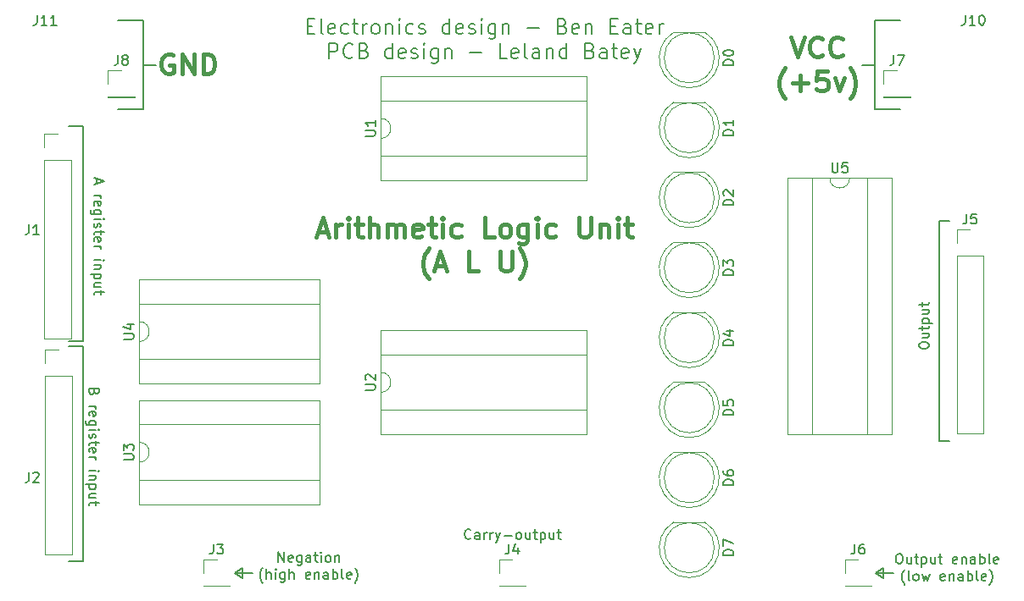
<source format=gbr>
G04 #@! TF.FileFunction,Legend,Top*
%FSLAX46Y46*%
G04 Gerber Fmt 4.6, Leading zero omitted, Abs format (unit mm)*
G04 Created by KiCad (PCBNEW 4.0.6-e0-6349~53~ubuntu16.04.1) date Sat Jun  3 11:02:14 2017*
%MOMM*%
%LPD*%
G01*
G04 APERTURE LIST*
%ADD10C,0.100000*%
%ADD11C,0.400000*%
%ADD12C,0.200000*%
%ADD13C,0.120000*%
%ADD14C,0.150000*%
G04 APERTURE END LIST*
D10*
D11*
X128143333Y-53084762D02*
X128810000Y-55084762D01*
X129476667Y-53084762D01*
X131286191Y-54894286D02*
X131190953Y-54989524D01*
X130905238Y-55084762D01*
X130714762Y-55084762D01*
X130429048Y-54989524D01*
X130238572Y-54799048D01*
X130143333Y-54608571D01*
X130048095Y-54227619D01*
X130048095Y-53941905D01*
X130143333Y-53560952D01*
X130238572Y-53370476D01*
X130429048Y-53180000D01*
X130714762Y-53084762D01*
X130905238Y-53084762D01*
X131190953Y-53180000D01*
X131286191Y-53275238D01*
X133286191Y-54894286D02*
X133190953Y-54989524D01*
X132905238Y-55084762D01*
X132714762Y-55084762D01*
X132429048Y-54989524D01*
X132238572Y-54799048D01*
X132143333Y-54608571D01*
X132048095Y-54227619D01*
X132048095Y-53941905D01*
X132143333Y-53560952D01*
X132238572Y-53370476D01*
X132429048Y-53180000D01*
X132714762Y-53084762D01*
X132905238Y-53084762D01*
X133190953Y-53180000D01*
X133286191Y-53275238D01*
X127571905Y-59246667D02*
X127476667Y-59151429D01*
X127286191Y-58865714D01*
X127190953Y-58675238D01*
X127095715Y-58389524D01*
X127000476Y-57913333D01*
X127000476Y-57532381D01*
X127095715Y-57056190D01*
X127190953Y-56770476D01*
X127286191Y-56580000D01*
X127476667Y-56294286D01*
X127571905Y-56199048D01*
X128333809Y-57722857D02*
X129857619Y-57722857D01*
X129095714Y-58484762D02*
X129095714Y-56960952D01*
X131762380Y-56484762D02*
X130809999Y-56484762D01*
X130714761Y-57437143D01*
X130809999Y-57341905D01*
X131000476Y-57246667D01*
X131476666Y-57246667D01*
X131667142Y-57341905D01*
X131762380Y-57437143D01*
X131857619Y-57627619D01*
X131857619Y-58103810D01*
X131762380Y-58294286D01*
X131667142Y-58389524D01*
X131476666Y-58484762D01*
X131000476Y-58484762D01*
X130809999Y-58389524D01*
X130714761Y-58294286D01*
X132524285Y-57151429D02*
X133000476Y-58484762D01*
X133476666Y-57151429D01*
X134048095Y-59246667D02*
X134143333Y-59151429D01*
X134333810Y-58865714D01*
X134429048Y-58675238D01*
X134524286Y-58389524D01*
X134619524Y-57913333D01*
X134619524Y-57532381D01*
X134524286Y-57056190D01*
X134429048Y-56770476D01*
X134333810Y-56580000D01*
X134143333Y-56294286D01*
X134048095Y-56199048D01*
D12*
X136525000Y-55880000D02*
X135255000Y-55880000D01*
X63500000Y-55880000D02*
X64770000Y-55880000D01*
X63500000Y-60325000D02*
X63500000Y-51435000D01*
D11*
X66421191Y-54880000D02*
X66230714Y-54784762D01*
X65945000Y-54784762D01*
X65659286Y-54880000D01*
X65468810Y-55070476D01*
X65373571Y-55260952D01*
X65278333Y-55641905D01*
X65278333Y-55927619D01*
X65373571Y-56308571D01*
X65468810Y-56499048D01*
X65659286Y-56689524D01*
X65945000Y-56784762D01*
X66135476Y-56784762D01*
X66421191Y-56689524D01*
X66516429Y-56594286D01*
X66516429Y-55927619D01*
X66135476Y-55927619D01*
X67373571Y-56784762D02*
X67373571Y-54784762D01*
X68516429Y-56784762D01*
X68516429Y-54784762D01*
X69468809Y-56784762D02*
X69468809Y-54784762D01*
X69945000Y-54784762D01*
X70230714Y-54880000D01*
X70421190Y-55070476D01*
X70516429Y-55260952D01*
X70611667Y-55641905D01*
X70611667Y-55927619D01*
X70516429Y-56308571D01*
X70421190Y-56499048D01*
X70230714Y-56689524D01*
X69945000Y-56784762D01*
X69468809Y-56784762D01*
D12*
X63500000Y-51435000D02*
X60960000Y-51435000D01*
X60960000Y-60325000D02*
X63500000Y-60325000D01*
X136525000Y-60325000D02*
X139065000Y-60325000D01*
X136525000Y-51435000D02*
X136525000Y-60325000D01*
X139065000Y-51435000D02*
X136525000Y-51435000D01*
X58833333Y-67261904D02*
X58833333Y-67738095D01*
X58547619Y-67166666D02*
X59547619Y-67499999D01*
X58547619Y-67833333D01*
X58547619Y-68928571D02*
X59214286Y-68928571D01*
X59023810Y-68928571D02*
X59119048Y-68976190D01*
X59166667Y-69023809D01*
X59214286Y-69119047D01*
X59214286Y-69214286D01*
X58595238Y-69928572D02*
X58547619Y-69833334D01*
X58547619Y-69642857D01*
X58595238Y-69547619D01*
X58690476Y-69500000D01*
X59071429Y-69500000D01*
X59166667Y-69547619D01*
X59214286Y-69642857D01*
X59214286Y-69833334D01*
X59166667Y-69928572D01*
X59071429Y-69976191D01*
X58976190Y-69976191D01*
X58880952Y-69500000D01*
X59214286Y-70833334D02*
X58404762Y-70833334D01*
X58309524Y-70785715D01*
X58261905Y-70738096D01*
X58214286Y-70642857D01*
X58214286Y-70500000D01*
X58261905Y-70404762D01*
X58595238Y-70833334D02*
X58547619Y-70738096D01*
X58547619Y-70547619D01*
X58595238Y-70452381D01*
X58642857Y-70404762D01*
X58738095Y-70357143D01*
X59023810Y-70357143D01*
X59119048Y-70404762D01*
X59166667Y-70452381D01*
X59214286Y-70547619D01*
X59214286Y-70738096D01*
X59166667Y-70833334D01*
X58547619Y-71309524D02*
X59214286Y-71309524D01*
X59547619Y-71309524D02*
X59500000Y-71261905D01*
X59452381Y-71309524D01*
X59500000Y-71357143D01*
X59547619Y-71309524D01*
X59452381Y-71309524D01*
X58595238Y-71738095D02*
X58547619Y-71833333D01*
X58547619Y-72023809D01*
X58595238Y-72119048D01*
X58690476Y-72166667D01*
X58738095Y-72166667D01*
X58833333Y-72119048D01*
X58880952Y-72023809D01*
X58880952Y-71880952D01*
X58928571Y-71785714D01*
X59023810Y-71738095D01*
X59071429Y-71738095D01*
X59166667Y-71785714D01*
X59214286Y-71880952D01*
X59214286Y-72023809D01*
X59166667Y-72119048D01*
X59214286Y-72452381D02*
X59214286Y-72833333D01*
X59547619Y-72595238D02*
X58690476Y-72595238D01*
X58595238Y-72642857D01*
X58547619Y-72738095D01*
X58547619Y-72833333D01*
X58595238Y-73547620D02*
X58547619Y-73452382D01*
X58547619Y-73261905D01*
X58595238Y-73166667D01*
X58690476Y-73119048D01*
X59071429Y-73119048D01*
X59166667Y-73166667D01*
X59214286Y-73261905D01*
X59214286Y-73452382D01*
X59166667Y-73547620D01*
X59071429Y-73595239D01*
X58976190Y-73595239D01*
X58880952Y-73119048D01*
X58547619Y-74023810D02*
X59214286Y-74023810D01*
X59023810Y-74023810D02*
X59119048Y-74071429D01*
X59166667Y-74119048D01*
X59214286Y-74214286D01*
X59214286Y-74309525D01*
X58547619Y-75404763D02*
X59214286Y-75404763D01*
X59547619Y-75404763D02*
X59500000Y-75357144D01*
X59452381Y-75404763D01*
X59500000Y-75452382D01*
X59547619Y-75404763D01*
X59452381Y-75404763D01*
X59214286Y-75880953D02*
X58547619Y-75880953D01*
X59119048Y-75880953D02*
X59166667Y-75928572D01*
X59214286Y-76023810D01*
X59214286Y-76166668D01*
X59166667Y-76261906D01*
X59071429Y-76309525D01*
X58547619Y-76309525D01*
X59214286Y-76785715D02*
X58214286Y-76785715D01*
X59166667Y-76785715D02*
X59214286Y-76880953D01*
X59214286Y-77071430D01*
X59166667Y-77166668D01*
X59119048Y-77214287D01*
X59023810Y-77261906D01*
X58738095Y-77261906D01*
X58642857Y-77214287D01*
X58595238Y-77166668D01*
X58547619Y-77071430D01*
X58547619Y-76880953D01*
X58595238Y-76785715D01*
X59214286Y-78119049D02*
X58547619Y-78119049D01*
X59214286Y-77690477D02*
X58690476Y-77690477D01*
X58595238Y-77738096D01*
X58547619Y-77833334D01*
X58547619Y-77976192D01*
X58595238Y-78071430D01*
X58642857Y-78119049D01*
X59214286Y-78452382D02*
X59214286Y-78833334D01*
X59547619Y-78595239D02*
X58690476Y-78595239D01*
X58595238Y-78642858D01*
X58547619Y-78738096D01*
X58547619Y-78833334D01*
X58571429Y-88571428D02*
X58523810Y-88714285D01*
X58476190Y-88761904D01*
X58380952Y-88809523D01*
X58238095Y-88809523D01*
X58142857Y-88761904D01*
X58095238Y-88714285D01*
X58047619Y-88619047D01*
X58047619Y-88238094D01*
X59047619Y-88238094D01*
X59047619Y-88571428D01*
X59000000Y-88666666D01*
X58952381Y-88714285D01*
X58857143Y-88761904D01*
X58761905Y-88761904D01*
X58666667Y-88714285D01*
X58619048Y-88666666D01*
X58571429Y-88571428D01*
X58571429Y-88238094D01*
X58047619Y-89999999D02*
X58714286Y-89999999D01*
X58523810Y-89999999D02*
X58619048Y-90047618D01*
X58666667Y-90095237D01*
X58714286Y-90190475D01*
X58714286Y-90285714D01*
X58095238Y-91000000D02*
X58047619Y-90904762D01*
X58047619Y-90714285D01*
X58095238Y-90619047D01*
X58190476Y-90571428D01*
X58571429Y-90571428D01*
X58666667Y-90619047D01*
X58714286Y-90714285D01*
X58714286Y-90904762D01*
X58666667Y-91000000D01*
X58571429Y-91047619D01*
X58476190Y-91047619D01*
X58380952Y-90571428D01*
X58714286Y-91904762D02*
X57904762Y-91904762D01*
X57809524Y-91857143D01*
X57761905Y-91809524D01*
X57714286Y-91714285D01*
X57714286Y-91571428D01*
X57761905Y-91476190D01*
X58095238Y-91904762D02*
X58047619Y-91809524D01*
X58047619Y-91619047D01*
X58095238Y-91523809D01*
X58142857Y-91476190D01*
X58238095Y-91428571D01*
X58523810Y-91428571D01*
X58619048Y-91476190D01*
X58666667Y-91523809D01*
X58714286Y-91619047D01*
X58714286Y-91809524D01*
X58666667Y-91904762D01*
X58047619Y-92380952D02*
X58714286Y-92380952D01*
X59047619Y-92380952D02*
X59000000Y-92333333D01*
X58952381Y-92380952D01*
X59000000Y-92428571D01*
X59047619Y-92380952D01*
X58952381Y-92380952D01*
X58095238Y-92809523D02*
X58047619Y-92904761D01*
X58047619Y-93095237D01*
X58095238Y-93190476D01*
X58190476Y-93238095D01*
X58238095Y-93238095D01*
X58333333Y-93190476D01*
X58380952Y-93095237D01*
X58380952Y-92952380D01*
X58428571Y-92857142D01*
X58523810Y-92809523D01*
X58571429Y-92809523D01*
X58666667Y-92857142D01*
X58714286Y-92952380D01*
X58714286Y-93095237D01*
X58666667Y-93190476D01*
X58714286Y-93523809D02*
X58714286Y-93904761D01*
X59047619Y-93666666D02*
X58190476Y-93666666D01*
X58095238Y-93714285D01*
X58047619Y-93809523D01*
X58047619Y-93904761D01*
X58095238Y-94619048D02*
X58047619Y-94523810D01*
X58047619Y-94333333D01*
X58095238Y-94238095D01*
X58190476Y-94190476D01*
X58571429Y-94190476D01*
X58666667Y-94238095D01*
X58714286Y-94333333D01*
X58714286Y-94523810D01*
X58666667Y-94619048D01*
X58571429Y-94666667D01*
X58476190Y-94666667D01*
X58380952Y-94190476D01*
X58047619Y-95095238D02*
X58714286Y-95095238D01*
X58523810Y-95095238D02*
X58619048Y-95142857D01*
X58666667Y-95190476D01*
X58714286Y-95285714D01*
X58714286Y-95380953D01*
X58047619Y-96476191D02*
X58714286Y-96476191D01*
X59047619Y-96476191D02*
X59000000Y-96428572D01*
X58952381Y-96476191D01*
X59000000Y-96523810D01*
X59047619Y-96476191D01*
X58952381Y-96476191D01*
X58714286Y-96952381D02*
X58047619Y-96952381D01*
X58619048Y-96952381D02*
X58666667Y-97000000D01*
X58714286Y-97095238D01*
X58714286Y-97238096D01*
X58666667Y-97333334D01*
X58571429Y-97380953D01*
X58047619Y-97380953D01*
X58714286Y-97857143D02*
X57714286Y-97857143D01*
X58666667Y-97857143D02*
X58714286Y-97952381D01*
X58714286Y-98142858D01*
X58666667Y-98238096D01*
X58619048Y-98285715D01*
X58523810Y-98333334D01*
X58238095Y-98333334D01*
X58142857Y-98285715D01*
X58095238Y-98238096D01*
X58047619Y-98142858D01*
X58047619Y-97952381D01*
X58095238Y-97857143D01*
X58714286Y-99190477D02*
X58047619Y-99190477D01*
X58714286Y-98761905D02*
X58190476Y-98761905D01*
X58095238Y-98809524D01*
X58047619Y-98904762D01*
X58047619Y-99047620D01*
X58095238Y-99142858D01*
X58142857Y-99190477D01*
X58714286Y-99523810D02*
X58714286Y-99904762D01*
X59047619Y-99666667D02*
X58190476Y-99666667D01*
X58095238Y-99714286D01*
X58047619Y-99809524D01*
X58047619Y-99904762D01*
X57500000Y-105500000D02*
X56000000Y-105500000D01*
X57500000Y-84000000D02*
X57500000Y-105500000D01*
X56000000Y-84000000D02*
X57500000Y-84000000D01*
X57500000Y-83500000D02*
X56000000Y-83500000D01*
X57500000Y-62000000D02*
X57500000Y-83500000D01*
X56000000Y-62000000D02*
X57500000Y-62000000D01*
X143000000Y-93500000D02*
X144000000Y-93500000D01*
X143000000Y-71500000D02*
X143000000Y-93500000D01*
X144000000Y-71500000D02*
X143000000Y-71500000D01*
X140952381Y-84023810D02*
X140952381Y-83833333D01*
X141000000Y-83738095D01*
X141095238Y-83642857D01*
X141285714Y-83595238D01*
X141619048Y-83595238D01*
X141809524Y-83642857D01*
X141904762Y-83738095D01*
X141952381Y-83833333D01*
X141952381Y-84023810D01*
X141904762Y-84119048D01*
X141809524Y-84214286D01*
X141619048Y-84261905D01*
X141285714Y-84261905D01*
X141095238Y-84214286D01*
X141000000Y-84119048D01*
X140952381Y-84023810D01*
X141285714Y-82738095D02*
X141952381Y-82738095D01*
X141285714Y-83166667D02*
X141809524Y-83166667D01*
X141904762Y-83119048D01*
X141952381Y-83023810D01*
X141952381Y-82880952D01*
X141904762Y-82785714D01*
X141857143Y-82738095D01*
X141285714Y-82404762D02*
X141285714Y-82023810D01*
X140952381Y-82261905D02*
X141809524Y-82261905D01*
X141904762Y-82214286D01*
X141952381Y-82119048D01*
X141952381Y-82023810D01*
X141285714Y-81690476D02*
X142285714Y-81690476D01*
X141333333Y-81690476D02*
X141285714Y-81595238D01*
X141285714Y-81404761D01*
X141333333Y-81309523D01*
X141380952Y-81261904D01*
X141476190Y-81214285D01*
X141761905Y-81214285D01*
X141857143Y-81261904D01*
X141904762Y-81309523D01*
X141952381Y-81404761D01*
X141952381Y-81595238D01*
X141904762Y-81690476D01*
X141285714Y-80357142D02*
X141952381Y-80357142D01*
X141285714Y-80785714D02*
X141809524Y-80785714D01*
X141904762Y-80738095D01*
X141952381Y-80642857D01*
X141952381Y-80499999D01*
X141904762Y-80404761D01*
X141857143Y-80357142D01*
X141285714Y-80023809D02*
X141285714Y-79642857D01*
X140952381Y-79880952D02*
X141809524Y-79880952D01*
X141904762Y-79833333D01*
X141952381Y-79738095D01*
X141952381Y-79642857D01*
X73406000Y-106934000D02*
X73406000Y-107188000D01*
X73406000Y-107188000D02*
X72644000Y-106680000D01*
X72644000Y-106680000D02*
X73406000Y-106172000D01*
X73406000Y-106172000D02*
X73406000Y-106934000D01*
X74422000Y-106680000D02*
X72644000Y-106680000D01*
X137414000Y-107188000D02*
X136652000Y-106680000D01*
X137414000Y-106934000D02*
X137414000Y-107188000D01*
X137414000Y-106172000D02*
X137414000Y-106934000D01*
X136652000Y-106680000D02*
X137414000Y-106172000D01*
X138430000Y-106680000D02*
X136652000Y-106680000D01*
X138883046Y-104774381D02*
X139073523Y-104774381D01*
X139168761Y-104822000D01*
X139263999Y-104917238D01*
X139311618Y-105107714D01*
X139311618Y-105441048D01*
X139263999Y-105631524D01*
X139168761Y-105726762D01*
X139073523Y-105774381D01*
X138883046Y-105774381D01*
X138787808Y-105726762D01*
X138692570Y-105631524D01*
X138644951Y-105441048D01*
X138644951Y-105107714D01*
X138692570Y-104917238D01*
X138787808Y-104822000D01*
X138883046Y-104774381D01*
X140168761Y-105107714D02*
X140168761Y-105774381D01*
X139740189Y-105107714D02*
X139740189Y-105631524D01*
X139787808Y-105726762D01*
X139883046Y-105774381D01*
X140025904Y-105774381D01*
X140121142Y-105726762D01*
X140168761Y-105679143D01*
X140502094Y-105107714D02*
X140883046Y-105107714D01*
X140644951Y-104774381D02*
X140644951Y-105631524D01*
X140692570Y-105726762D01*
X140787808Y-105774381D01*
X140883046Y-105774381D01*
X141216380Y-105107714D02*
X141216380Y-106107714D01*
X141216380Y-105155333D02*
X141311618Y-105107714D01*
X141502095Y-105107714D01*
X141597333Y-105155333D01*
X141644952Y-105202952D01*
X141692571Y-105298190D01*
X141692571Y-105583905D01*
X141644952Y-105679143D01*
X141597333Y-105726762D01*
X141502095Y-105774381D01*
X141311618Y-105774381D01*
X141216380Y-105726762D01*
X142549714Y-105107714D02*
X142549714Y-105774381D01*
X142121142Y-105107714D02*
X142121142Y-105631524D01*
X142168761Y-105726762D01*
X142263999Y-105774381D01*
X142406857Y-105774381D01*
X142502095Y-105726762D01*
X142549714Y-105679143D01*
X142883047Y-105107714D02*
X143263999Y-105107714D01*
X143025904Y-104774381D02*
X143025904Y-105631524D01*
X143073523Y-105726762D01*
X143168761Y-105774381D01*
X143263999Y-105774381D01*
X144740191Y-105726762D02*
X144644953Y-105774381D01*
X144454476Y-105774381D01*
X144359238Y-105726762D01*
X144311619Y-105631524D01*
X144311619Y-105250571D01*
X144359238Y-105155333D01*
X144454476Y-105107714D01*
X144644953Y-105107714D01*
X144740191Y-105155333D01*
X144787810Y-105250571D01*
X144787810Y-105345810D01*
X144311619Y-105441048D01*
X145216381Y-105107714D02*
X145216381Y-105774381D01*
X145216381Y-105202952D02*
X145264000Y-105155333D01*
X145359238Y-105107714D01*
X145502096Y-105107714D01*
X145597334Y-105155333D01*
X145644953Y-105250571D01*
X145644953Y-105774381D01*
X146549715Y-105774381D02*
X146549715Y-105250571D01*
X146502096Y-105155333D01*
X146406858Y-105107714D01*
X146216381Y-105107714D01*
X146121143Y-105155333D01*
X146549715Y-105726762D02*
X146454477Y-105774381D01*
X146216381Y-105774381D01*
X146121143Y-105726762D01*
X146073524Y-105631524D01*
X146073524Y-105536286D01*
X146121143Y-105441048D01*
X146216381Y-105393429D01*
X146454477Y-105393429D01*
X146549715Y-105345810D01*
X147025905Y-105774381D02*
X147025905Y-104774381D01*
X147025905Y-105155333D02*
X147121143Y-105107714D01*
X147311620Y-105107714D01*
X147406858Y-105155333D01*
X147454477Y-105202952D01*
X147502096Y-105298190D01*
X147502096Y-105583905D01*
X147454477Y-105679143D01*
X147406858Y-105726762D01*
X147311620Y-105774381D01*
X147121143Y-105774381D01*
X147025905Y-105726762D01*
X148073524Y-105774381D02*
X147978286Y-105726762D01*
X147930667Y-105631524D01*
X147930667Y-104774381D01*
X148835430Y-105726762D02*
X148740192Y-105774381D01*
X148549715Y-105774381D01*
X148454477Y-105726762D01*
X148406858Y-105631524D01*
X148406858Y-105250571D01*
X148454477Y-105155333D01*
X148549715Y-105107714D01*
X148740192Y-105107714D01*
X148835430Y-105155333D01*
X148883049Y-105250571D01*
X148883049Y-105345810D01*
X148406858Y-105441048D01*
X139525904Y-107855333D02*
X139478284Y-107807714D01*
X139383046Y-107664857D01*
X139335427Y-107569619D01*
X139287808Y-107426762D01*
X139240189Y-107188667D01*
X139240189Y-106998190D01*
X139287808Y-106760095D01*
X139335427Y-106617238D01*
X139383046Y-106522000D01*
X139478284Y-106379143D01*
X139525904Y-106331524D01*
X140049713Y-107474381D02*
X139954475Y-107426762D01*
X139906856Y-107331524D01*
X139906856Y-106474381D01*
X140573523Y-107474381D02*
X140478285Y-107426762D01*
X140430666Y-107379143D01*
X140383047Y-107283905D01*
X140383047Y-106998190D01*
X140430666Y-106902952D01*
X140478285Y-106855333D01*
X140573523Y-106807714D01*
X140716381Y-106807714D01*
X140811619Y-106855333D01*
X140859238Y-106902952D01*
X140906857Y-106998190D01*
X140906857Y-107283905D01*
X140859238Y-107379143D01*
X140811619Y-107426762D01*
X140716381Y-107474381D01*
X140573523Y-107474381D01*
X141240190Y-106807714D02*
X141430666Y-107474381D01*
X141621143Y-106998190D01*
X141811619Y-107474381D01*
X142002095Y-106807714D01*
X143525905Y-107426762D02*
X143430667Y-107474381D01*
X143240190Y-107474381D01*
X143144952Y-107426762D01*
X143097333Y-107331524D01*
X143097333Y-106950571D01*
X143144952Y-106855333D01*
X143240190Y-106807714D01*
X143430667Y-106807714D01*
X143525905Y-106855333D01*
X143573524Y-106950571D01*
X143573524Y-107045810D01*
X143097333Y-107141048D01*
X144002095Y-106807714D02*
X144002095Y-107474381D01*
X144002095Y-106902952D02*
X144049714Y-106855333D01*
X144144952Y-106807714D01*
X144287810Y-106807714D01*
X144383048Y-106855333D01*
X144430667Y-106950571D01*
X144430667Y-107474381D01*
X145335429Y-107474381D02*
X145335429Y-106950571D01*
X145287810Y-106855333D01*
X145192572Y-106807714D01*
X145002095Y-106807714D01*
X144906857Y-106855333D01*
X145335429Y-107426762D02*
X145240191Y-107474381D01*
X145002095Y-107474381D01*
X144906857Y-107426762D01*
X144859238Y-107331524D01*
X144859238Y-107236286D01*
X144906857Y-107141048D01*
X145002095Y-107093429D01*
X145240191Y-107093429D01*
X145335429Y-107045810D01*
X145811619Y-107474381D02*
X145811619Y-106474381D01*
X145811619Y-106855333D02*
X145906857Y-106807714D01*
X146097334Y-106807714D01*
X146192572Y-106855333D01*
X146240191Y-106902952D01*
X146287810Y-106998190D01*
X146287810Y-107283905D01*
X146240191Y-107379143D01*
X146192572Y-107426762D01*
X146097334Y-107474381D01*
X145906857Y-107474381D01*
X145811619Y-107426762D01*
X146859238Y-107474381D02*
X146764000Y-107426762D01*
X146716381Y-107331524D01*
X146716381Y-106474381D01*
X147621144Y-107426762D02*
X147525906Y-107474381D01*
X147335429Y-107474381D01*
X147240191Y-107426762D01*
X147192572Y-107331524D01*
X147192572Y-106950571D01*
X147240191Y-106855333D01*
X147335429Y-106807714D01*
X147525906Y-106807714D01*
X147621144Y-106855333D01*
X147668763Y-106950571D01*
X147668763Y-107045810D01*
X147192572Y-107141048D01*
X148002096Y-107855333D02*
X148049715Y-107807714D01*
X148144953Y-107664857D01*
X148192572Y-107569619D01*
X148240191Y-107426762D01*
X148287810Y-107188667D01*
X148287810Y-106998190D01*
X148240191Y-106760095D01*
X148192572Y-106617238D01*
X148144953Y-106522000D01*
X148049715Y-106379143D01*
X148002096Y-106331524D01*
X96187142Y-103227143D02*
X96139523Y-103274762D01*
X95996666Y-103322381D01*
X95901428Y-103322381D01*
X95758570Y-103274762D01*
X95663332Y-103179524D01*
X95615713Y-103084286D01*
X95568094Y-102893810D01*
X95568094Y-102750952D01*
X95615713Y-102560476D01*
X95663332Y-102465238D01*
X95758570Y-102370000D01*
X95901428Y-102322381D01*
X95996666Y-102322381D01*
X96139523Y-102370000D01*
X96187142Y-102417619D01*
X97044285Y-103322381D02*
X97044285Y-102798571D01*
X96996666Y-102703333D01*
X96901428Y-102655714D01*
X96710951Y-102655714D01*
X96615713Y-102703333D01*
X97044285Y-103274762D02*
X96949047Y-103322381D01*
X96710951Y-103322381D01*
X96615713Y-103274762D01*
X96568094Y-103179524D01*
X96568094Y-103084286D01*
X96615713Y-102989048D01*
X96710951Y-102941429D01*
X96949047Y-102941429D01*
X97044285Y-102893810D01*
X97520475Y-103322381D02*
X97520475Y-102655714D01*
X97520475Y-102846190D02*
X97568094Y-102750952D01*
X97615713Y-102703333D01*
X97710951Y-102655714D01*
X97806190Y-102655714D01*
X98139523Y-103322381D02*
X98139523Y-102655714D01*
X98139523Y-102846190D02*
X98187142Y-102750952D01*
X98234761Y-102703333D01*
X98329999Y-102655714D01*
X98425238Y-102655714D01*
X98663333Y-102655714D02*
X98901428Y-103322381D01*
X99139524Y-102655714D02*
X98901428Y-103322381D01*
X98806190Y-103560476D01*
X98758571Y-103608095D01*
X98663333Y-103655714D01*
X99520476Y-102941429D02*
X100282381Y-102941429D01*
X100901428Y-103322381D02*
X100806190Y-103274762D01*
X100758571Y-103227143D01*
X100710952Y-103131905D01*
X100710952Y-102846190D01*
X100758571Y-102750952D01*
X100806190Y-102703333D01*
X100901428Y-102655714D01*
X101044286Y-102655714D01*
X101139524Y-102703333D01*
X101187143Y-102750952D01*
X101234762Y-102846190D01*
X101234762Y-103131905D01*
X101187143Y-103227143D01*
X101139524Y-103274762D01*
X101044286Y-103322381D01*
X100901428Y-103322381D01*
X102091905Y-102655714D02*
X102091905Y-103322381D01*
X101663333Y-102655714D02*
X101663333Y-103179524D01*
X101710952Y-103274762D01*
X101806190Y-103322381D01*
X101949048Y-103322381D01*
X102044286Y-103274762D01*
X102091905Y-103227143D01*
X102425238Y-102655714D02*
X102806190Y-102655714D01*
X102568095Y-102322381D02*
X102568095Y-103179524D01*
X102615714Y-103274762D01*
X102710952Y-103322381D01*
X102806190Y-103322381D01*
X103139524Y-102655714D02*
X103139524Y-103655714D01*
X103139524Y-102703333D02*
X103234762Y-102655714D01*
X103425239Y-102655714D01*
X103520477Y-102703333D01*
X103568096Y-102750952D01*
X103615715Y-102846190D01*
X103615715Y-103131905D01*
X103568096Y-103227143D01*
X103520477Y-103274762D01*
X103425239Y-103322381D01*
X103234762Y-103322381D01*
X103139524Y-103274762D01*
X104472858Y-102655714D02*
X104472858Y-103322381D01*
X104044286Y-102655714D02*
X104044286Y-103179524D01*
X104091905Y-103274762D01*
X104187143Y-103322381D01*
X104330001Y-103322381D01*
X104425239Y-103274762D01*
X104472858Y-103227143D01*
X104806191Y-102655714D02*
X105187143Y-102655714D01*
X104949048Y-102322381D02*
X104949048Y-103179524D01*
X104996667Y-103274762D01*
X105091905Y-103322381D01*
X105187143Y-103322381D01*
X76952381Y-105602381D02*
X76952381Y-104602381D01*
X77523810Y-105602381D01*
X77523810Y-104602381D01*
X78380953Y-105554762D02*
X78285715Y-105602381D01*
X78095238Y-105602381D01*
X78000000Y-105554762D01*
X77952381Y-105459524D01*
X77952381Y-105078571D01*
X78000000Y-104983333D01*
X78095238Y-104935714D01*
X78285715Y-104935714D01*
X78380953Y-104983333D01*
X78428572Y-105078571D01*
X78428572Y-105173810D01*
X77952381Y-105269048D01*
X79285715Y-104935714D02*
X79285715Y-105745238D01*
X79238096Y-105840476D01*
X79190477Y-105888095D01*
X79095238Y-105935714D01*
X78952381Y-105935714D01*
X78857143Y-105888095D01*
X79285715Y-105554762D02*
X79190477Y-105602381D01*
X79000000Y-105602381D01*
X78904762Y-105554762D01*
X78857143Y-105507143D01*
X78809524Y-105411905D01*
X78809524Y-105126190D01*
X78857143Y-105030952D01*
X78904762Y-104983333D01*
X79000000Y-104935714D01*
X79190477Y-104935714D01*
X79285715Y-104983333D01*
X80190477Y-105602381D02*
X80190477Y-105078571D01*
X80142858Y-104983333D01*
X80047620Y-104935714D01*
X79857143Y-104935714D01*
X79761905Y-104983333D01*
X80190477Y-105554762D02*
X80095239Y-105602381D01*
X79857143Y-105602381D01*
X79761905Y-105554762D01*
X79714286Y-105459524D01*
X79714286Y-105364286D01*
X79761905Y-105269048D01*
X79857143Y-105221429D01*
X80095239Y-105221429D01*
X80190477Y-105173810D01*
X80523810Y-104935714D02*
X80904762Y-104935714D01*
X80666667Y-104602381D02*
X80666667Y-105459524D01*
X80714286Y-105554762D01*
X80809524Y-105602381D01*
X80904762Y-105602381D01*
X81238096Y-105602381D02*
X81238096Y-104935714D01*
X81238096Y-104602381D02*
X81190477Y-104650000D01*
X81238096Y-104697619D01*
X81285715Y-104650000D01*
X81238096Y-104602381D01*
X81238096Y-104697619D01*
X81857143Y-105602381D02*
X81761905Y-105554762D01*
X81714286Y-105507143D01*
X81666667Y-105411905D01*
X81666667Y-105126190D01*
X81714286Y-105030952D01*
X81761905Y-104983333D01*
X81857143Y-104935714D01*
X82000001Y-104935714D01*
X82095239Y-104983333D01*
X82142858Y-105030952D01*
X82190477Y-105126190D01*
X82190477Y-105411905D01*
X82142858Y-105507143D01*
X82095239Y-105554762D01*
X82000001Y-105602381D01*
X81857143Y-105602381D01*
X82619048Y-104935714D02*
X82619048Y-105602381D01*
X82619048Y-105030952D02*
X82666667Y-104983333D01*
X82761905Y-104935714D01*
X82904763Y-104935714D01*
X83000001Y-104983333D01*
X83047620Y-105078571D01*
X83047620Y-105602381D01*
X75404762Y-107683333D02*
X75357142Y-107635714D01*
X75261904Y-107492857D01*
X75214285Y-107397619D01*
X75166666Y-107254762D01*
X75119047Y-107016667D01*
X75119047Y-106826190D01*
X75166666Y-106588095D01*
X75214285Y-106445238D01*
X75261904Y-106350000D01*
X75357142Y-106207143D01*
X75404762Y-106159524D01*
X75785714Y-107302381D02*
X75785714Y-106302381D01*
X76214286Y-107302381D02*
X76214286Y-106778571D01*
X76166667Y-106683333D01*
X76071429Y-106635714D01*
X75928571Y-106635714D01*
X75833333Y-106683333D01*
X75785714Y-106730952D01*
X76690476Y-107302381D02*
X76690476Y-106635714D01*
X76690476Y-106302381D02*
X76642857Y-106350000D01*
X76690476Y-106397619D01*
X76738095Y-106350000D01*
X76690476Y-106302381D01*
X76690476Y-106397619D01*
X77595238Y-106635714D02*
X77595238Y-107445238D01*
X77547619Y-107540476D01*
X77500000Y-107588095D01*
X77404761Y-107635714D01*
X77261904Y-107635714D01*
X77166666Y-107588095D01*
X77595238Y-107254762D02*
X77500000Y-107302381D01*
X77309523Y-107302381D01*
X77214285Y-107254762D01*
X77166666Y-107207143D01*
X77119047Y-107111905D01*
X77119047Y-106826190D01*
X77166666Y-106730952D01*
X77214285Y-106683333D01*
X77309523Y-106635714D01*
X77500000Y-106635714D01*
X77595238Y-106683333D01*
X78071428Y-107302381D02*
X78071428Y-106302381D01*
X78500000Y-107302381D02*
X78500000Y-106778571D01*
X78452381Y-106683333D01*
X78357143Y-106635714D01*
X78214285Y-106635714D01*
X78119047Y-106683333D01*
X78071428Y-106730952D01*
X80119048Y-107254762D02*
X80023810Y-107302381D01*
X79833333Y-107302381D01*
X79738095Y-107254762D01*
X79690476Y-107159524D01*
X79690476Y-106778571D01*
X79738095Y-106683333D01*
X79833333Y-106635714D01*
X80023810Y-106635714D01*
X80119048Y-106683333D01*
X80166667Y-106778571D01*
X80166667Y-106873810D01*
X79690476Y-106969048D01*
X80595238Y-106635714D02*
X80595238Y-107302381D01*
X80595238Y-106730952D02*
X80642857Y-106683333D01*
X80738095Y-106635714D01*
X80880953Y-106635714D01*
X80976191Y-106683333D01*
X81023810Y-106778571D01*
X81023810Y-107302381D01*
X81928572Y-107302381D02*
X81928572Y-106778571D01*
X81880953Y-106683333D01*
X81785715Y-106635714D01*
X81595238Y-106635714D01*
X81500000Y-106683333D01*
X81928572Y-107254762D02*
X81833334Y-107302381D01*
X81595238Y-107302381D01*
X81500000Y-107254762D01*
X81452381Y-107159524D01*
X81452381Y-107064286D01*
X81500000Y-106969048D01*
X81595238Y-106921429D01*
X81833334Y-106921429D01*
X81928572Y-106873810D01*
X82404762Y-107302381D02*
X82404762Y-106302381D01*
X82404762Y-106683333D02*
X82500000Y-106635714D01*
X82690477Y-106635714D01*
X82785715Y-106683333D01*
X82833334Y-106730952D01*
X82880953Y-106826190D01*
X82880953Y-107111905D01*
X82833334Y-107207143D01*
X82785715Y-107254762D01*
X82690477Y-107302381D01*
X82500000Y-107302381D01*
X82404762Y-107254762D01*
X83452381Y-107302381D02*
X83357143Y-107254762D01*
X83309524Y-107159524D01*
X83309524Y-106302381D01*
X84214287Y-107254762D02*
X84119049Y-107302381D01*
X83928572Y-107302381D01*
X83833334Y-107254762D01*
X83785715Y-107159524D01*
X83785715Y-106778571D01*
X83833334Y-106683333D01*
X83928572Y-106635714D01*
X84119049Y-106635714D01*
X84214287Y-106683333D01*
X84261906Y-106778571D01*
X84261906Y-106873810D01*
X83785715Y-106969048D01*
X84595239Y-107683333D02*
X84642858Y-107635714D01*
X84738096Y-107492857D01*
X84785715Y-107397619D01*
X84833334Y-107254762D01*
X84880953Y-107016667D01*
X84880953Y-106826190D01*
X84833334Y-106588095D01*
X84785715Y-106445238D01*
X84738096Y-106350000D01*
X84642858Y-106207143D01*
X84595239Y-106159524D01*
X79857429Y-52007857D02*
X80357429Y-52007857D01*
X80571715Y-52793571D02*
X79857429Y-52793571D01*
X79857429Y-51293571D01*
X80571715Y-51293571D01*
X81428858Y-52793571D02*
X81286000Y-52722143D01*
X81214572Y-52579286D01*
X81214572Y-51293571D01*
X82571714Y-52722143D02*
X82428857Y-52793571D01*
X82143143Y-52793571D01*
X82000286Y-52722143D01*
X81928857Y-52579286D01*
X81928857Y-52007857D01*
X82000286Y-51865000D01*
X82143143Y-51793571D01*
X82428857Y-51793571D01*
X82571714Y-51865000D01*
X82643143Y-52007857D01*
X82643143Y-52150714D01*
X81928857Y-52293571D01*
X83928857Y-52722143D02*
X83786000Y-52793571D01*
X83500286Y-52793571D01*
X83357428Y-52722143D01*
X83286000Y-52650714D01*
X83214571Y-52507857D01*
X83214571Y-52079286D01*
X83286000Y-51936429D01*
X83357428Y-51865000D01*
X83500286Y-51793571D01*
X83786000Y-51793571D01*
X83928857Y-51865000D01*
X84357428Y-51793571D02*
X84928857Y-51793571D01*
X84571714Y-51293571D02*
X84571714Y-52579286D01*
X84643142Y-52722143D01*
X84786000Y-52793571D01*
X84928857Y-52793571D01*
X85428857Y-52793571D02*
X85428857Y-51793571D01*
X85428857Y-52079286D02*
X85500285Y-51936429D01*
X85571714Y-51865000D01*
X85714571Y-51793571D01*
X85857428Y-51793571D01*
X86571714Y-52793571D02*
X86428856Y-52722143D01*
X86357428Y-52650714D01*
X86285999Y-52507857D01*
X86285999Y-52079286D01*
X86357428Y-51936429D01*
X86428856Y-51865000D01*
X86571714Y-51793571D01*
X86785999Y-51793571D01*
X86928856Y-51865000D01*
X87000285Y-51936429D01*
X87071714Y-52079286D01*
X87071714Y-52507857D01*
X87000285Y-52650714D01*
X86928856Y-52722143D01*
X86785999Y-52793571D01*
X86571714Y-52793571D01*
X87714571Y-51793571D02*
X87714571Y-52793571D01*
X87714571Y-51936429D02*
X87785999Y-51865000D01*
X87928857Y-51793571D01*
X88143142Y-51793571D01*
X88285999Y-51865000D01*
X88357428Y-52007857D01*
X88357428Y-52793571D01*
X89071714Y-52793571D02*
X89071714Y-51793571D01*
X89071714Y-51293571D02*
X89000285Y-51365000D01*
X89071714Y-51436429D01*
X89143142Y-51365000D01*
X89071714Y-51293571D01*
X89071714Y-51436429D01*
X90428857Y-52722143D02*
X90286000Y-52793571D01*
X90000286Y-52793571D01*
X89857428Y-52722143D01*
X89786000Y-52650714D01*
X89714571Y-52507857D01*
X89714571Y-52079286D01*
X89786000Y-51936429D01*
X89857428Y-51865000D01*
X90000286Y-51793571D01*
X90286000Y-51793571D01*
X90428857Y-51865000D01*
X91000285Y-52722143D02*
X91143142Y-52793571D01*
X91428857Y-52793571D01*
X91571714Y-52722143D01*
X91643142Y-52579286D01*
X91643142Y-52507857D01*
X91571714Y-52365000D01*
X91428857Y-52293571D01*
X91214571Y-52293571D01*
X91071714Y-52222143D01*
X91000285Y-52079286D01*
X91000285Y-52007857D01*
X91071714Y-51865000D01*
X91214571Y-51793571D01*
X91428857Y-51793571D01*
X91571714Y-51865000D01*
X94071714Y-52793571D02*
X94071714Y-51293571D01*
X94071714Y-52722143D02*
X93928857Y-52793571D01*
X93643143Y-52793571D01*
X93500285Y-52722143D01*
X93428857Y-52650714D01*
X93357428Y-52507857D01*
X93357428Y-52079286D01*
X93428857Y-51936429D01*
X93500285Y-51865000D01*
X93643143Y-51793571D01*
X93928857Y-51793571D01*
X94071714Y-51865000D01*
X95357428Y-52722143D02*
X95214571Y-52793571D01*
X94928857Y-52793571D01*
X94786000Y-52722143D01*
X94714571Y-52579286D01*
X94714571Y-52007857D01*
X94786000Y-51865000D01*
X94928857Y-51793571D01*
X95214571Y-51793571D01*
X95357428Y-51865000D01*
X95428857Y-52007857D01*
X95428857Y-52150714D01*
X94714571Y-52293571D01*
X96000285Y-52722143D02*
X96143142Y-52793571D01*
X96428857Y-52793571D01*
X96571714Y-52722143D01*
X96643142Y-52579286D01*
X96643142Y-52507857D01*
X96571714Y-52365000D01*
X96428857Y-52293571D01*
X96214571Y-52293571D01*
X96071714Y-52222143D01*
X96000285Y-52079286D01*
X96000285Y-52007857D01*
X96071714Y-51865000D01*
X96214571Y-51793571D01*
X96428857Y-51793571D01*
X96571714Y-51865000D01*
X97286000Y-52793571D02*
X97286000Y-51793571D01*
X97286000Y-51293571D02*
X97214571Y-51365000D01*
X97286000Y-51436429D01*
X97357428Y-51365000D01*
X97286000Y-51293571D01*
X97286000Y-51436429D01*
X98643143Y-51793571D02*
X98643143Y-53007857D01*
X98571714Y-53150714D01*
X98500286Y-53222143D01*
X98357429Y-53293571D01*
X98143143Y-53293571D01*
X98000286Y-53222143D01*
X98643143Y-52722143D02*
X98500286Y-52793571D01*
X98214572Y-52793571D01*
X98071714Y-52722143D01*
X98000286Y-52650714D01*
X97928857Y-52507857D01*
X97928857Y-52079286D01*
X98000286Y-51936429D01*
X98071714Y-51865000D01*
X98214572Y-51793571D01*
X98500286Y-51793571D01*
X98643143Y-51865000D01*
X99357429Y-51793571D02*
X99357429Y-52793571D01*
X99357429Y-51936429D02*
X99428857Y-51865000D01*
X99571715Y-51793571D01*
X99786000Y-51793571D01*
X99928857Y-51865000D01*
X100000286Y-52007857D01*
X100000286Y-52793571D01*
X101857429Y-52222143D02*
X103000286Y-52222143D01*
X105357429Y-52007857D02*
X105571715Y-52079286D01*
X105643143Y-52150714D01*
X105714572Y-52293571D01*
X105714572Y-52507857D01*
X105643143Y-52650714D01*
X105571715Y-52722143D01*
X105428857Y-52793571D01*
X104857429Y-52793571D01*
X104857429Y-51293571D01*
X105357429Y-51293571D01*
X105500286Y-51365000D01*
X105571715Y-51436429D01*
X105643143Y-51579286D01*
X105643143Y-51722143D01*
X105571715Y-51865000D01*
X105500286Y-51936429D01*
X105357429Y-52007857D01*
X104857429Y-52007857D01*
X106928857Y-52722143D02*
X106786000Y-52793571D01*
X106500286Y-52793571D01*
X106357429Y-52722143D01*
X106286000Y-52579286D01*
X106286000Y-52007857D01*
X106357429Y-51865000D01*
X106500286Y-51793571D01*
X106786000Y-51793571D01*
X106928857Y-51865000D01*
X107000286Y-52007857D01*
X107000286Y-52150714D01*
X106286000Y-52293571D01*
X107643143Y-51793571D02*
X107643143Y-52793571D01*
X107643143Y-51936429D02*
X107714571Y-51865000D01*
X107857429Y-51793571D01*
X108071714Y-51793571D01*
X108214571Y-51865000D01*
X108286000Y-52007857D01*
X108286000Y-52793571D01*
X110143143Y-52007857D02*
X110643143Y-52007857D01*
X110857429Y-52793571D02*
X110143143Y-52793571D01*
X110143143Y-51293571D01*
X110857429Y-51293571D01*
X112143143Y-52793571D02*
X112143143Y-52007857D01*
X112071714Y-51865000D01*
X111928857Y-51793571D01*
X111643143Y-51793571D01*
X111500286Y-51865000D01*
X112143143Y-52722143D02*
X112000286Y-52793571D01*
X111643143Y-52793571D01*
X111500286Y-52722143D01*
X111428857Y-52579286D01*
X111428857Y-52436429D01*
X111500286Y-52293571D01*
X111643143Y-52222143D01*
X112000286Y-52222143D01*
X112143143Y-52150714D01*
X112643143Y-51793571D02*
X113214572Y-51793571D01*
X112857429Y-51293571D02*
X112857429Y-52579286D01*
X112928857Y-52722143D01*
X113071715Y-52793571D01*
X113214572Y-52793571D01*
X114286000Y-52722143D02*
X114143143Y-52793571D01*
X113857429Y-52793571D01*
X113714572Y-52722143D01*
X113643143Y-52579286D01*
X113643143Y-52007857D01*
X113714572Y-51865000D01*
X113857429Y-51793571D01*
X114143143Y-51793571D01*
X114286000Y-51865000D01*
X114357429Y-52007857D01*
X114357429Y-52150714D01*
X113643143Y-52293571D01*
X115000286Y-52793571D02*
X115000286Y-51793571D01*
X115000286Y-52079286D02*
X115071714Y-51936429D01*
X115143143Y-51865000D01*
X115286000Y-51793571D01*
X115428857Y-51793571D01*
X82036000Y-55243571D02*
X82036000Y-53743571D01*
X82607428Y-53743571D01*
X82750286Y-53815000D01*
X82821714Y-53886429D01*
X82893143Y-54029286D01*
X82893143Y-54243571D01*
X82821714Y-54386429D01*
X82750286Y-54457857D01*
X82607428Y-54529286D01*
X82036000Y-54529286D01*
X84393143Y-55100714D02*
X84321714Y-55172143D01*
X84107428Y-55243571D01*
X83964571Y-55243571D01*
X83750286Y-55172143D01*
X83607428Y-55029286D01*
X83536000Y-54886429D01*
X83464571Y-54600714D01*
X83464571Y-54386429D01*
X83536000Y-54100714D01*
X83607428Y-53957857D01*
X83750286Y-53815000D01*
X83964571Y-53743571D01*
X84107428Y-53743571D01*
X84321714Y-53815000D01*
X84393143Y-53886429D01*
X85536000Y-54457857D02*
X85750286Y-54529286D01*
X85821714Y-54600714D01*
X85893143Y-54743571D01*
X85893143Y-54957857D01*
X85821714Y-55100714D01*
X85750286Y-55172143D01*
X85607428Y-55243571D01*
X85036000Y-55243571D01*
X85036000Y-53743571D01*
X85536000Y-53743571D01*
X85678857Y-53815000D01*
X85750286Y-53886429D01*
X85821714Y-54029286D01*
X85821714Y-54172143D01*
X85750286Y-54315000D01*
X85678857Y-54386429D01*
X85536000Y-54457857D01*
X85036000Y-54457857D01*
X88321714Y-55243571D02*
X88321714Y-53743571D01*
X88321714Y-55172143D02*
X88178857Y-55243571D01*
X87893143Y-55243571D01*
X87750285Y-55172143D01*
X87678857Y-55100714D01*
X87607428Y-54957857D01*
X87607428Y-54529286D01*
X87678857Y-54386429D01*
X87750285Y-54315000D01*
X87893143Y-54243571D01*
X88178857Y-54243571D01*
X88321714Y-54315000D01*
X89607428Y-55172143D02*
X89464571Y-55243571D01*
X89178857Y-55243571D01*
X89036000Y-55172143D01*
X88964571Y-55029286D01*
X88964571Y-54457857D01*
X89036000Y-54315000D01*
X89178857Y-54243571D01*
X89464571Y-54243571D01*
X89607428Y-54315000D01*
X89678857Y-54457857D01*
X89678857Y-54600714D01*
X88964571Y-54743571D01*
X90250285Y-55172143D02*
X90393142Y-55243571D01*
X90678857Y-55243571D01*
X90821714Y-55172143D01*
X90893142Y-55029286D01*
X90893142Y-54957857D01*
X90821714Y-54815000D01*
X90678857Y-54743571D01*
X90464571Y-54743571D01*
X90321714Y-54672143D01*
X90250285Y-54529286D01*
X90250285Y-54457857D01*
X90321714Y-54315000D01*
X90464571Y-54243571D01*
X90678857Y-54243571D01*
X90821714Y-54315000D01*
X91536000Y-55243571D02*
X91536000Y-54243571D01*
X91536000Y-53743571D02*
X91464571Y-53815000D01*
X91536000Y-53886429D01*
X91607428Y-53815000D01*
X91536000Y-53743571D01*
X91536000Y-53886429D01*
X92893143Y-54243571D02*
X92893143Y-55457857D01*
X92821714Y-55600714D01*
X92750286Y-55672143D01*
X92607429Y-55743571D01*
X92393143Y-55743571D01*
X92250286Y-55672143D01*
X92893143Y-55172143D02*
X92750286Y-55243571D01*
X92464572Y-55243571D01*
X92321714Y-55172143D01*
X92250286Y-55100714D01*
X92178857Y-54957857D01*
X92178857Y-54529286D01*
X92250286Y-54386429D01*
X92321714Y-54315000D01*
X92464572Y-54243571D01*
X92750286Y-54243571D01*
X92893143Y-54315000D01*
X93607429Y-54243571D02*
X93607429Y-55243571D01*
X93607429Y-54386429D02*
X93678857Y-54315000D01*
X93821715Y-54243571D01*
X94036000Y-54243571D01*
X94178857Y-54315000D01*
X94250286Y-54457857D01*
X94250286Y-55243571D01*
X96107429Y-54672143D02*
X97250286Y-54672143D01*
X99821715Y-55243571D02*
X99107429Y-55243571D01*
X99107429Y-53743571D01*
X100893143Y-55172143D02*
X100750286Y-55243571D01*
X100464572Y-55243571D01*
X100321715Y-55172143D01*
X100250286Y-55029286D01*
X100250286Y-54457857D01*
X100321715Y-54315000D01*
X100464572Y-54243571D01*
X100750286Y-54243571D01*
X100893143Y-54315000D01*
X100964572Y-54457857D01*
X100964572Y-54600714D01*
X100250286Y-54743571D01*
X101821715Y-55243571D02*
X101678857Y-55172143D01*
X101607429Y-55029286D01*
X101607429Y-53743571D01*
X103036000Y-55243571D02*
X103036000Y-54457857D01*
X102964571Y-54315000D01*
X102821714Y-54243571D01*
X102536000Y-54243571D01*
X102393143Y-54315000D01*
X103036000Y-55172143D02*
X102893143Y-55243571D01*
X102536000Y-55243571D01*
X102393143Y-55172143D01*
X102321714Y-55029286D01*
X102321714Y-54886429D01*
X102393143Y-54743571D01*
X102536000Y-54672143D01*
X102893143Y-54672143D01*
X103036000Y-54600714D01*
X103750286Y-54243571D02*
X103750286Y-55243571D01*
X103750286Y-54386429D02*
X103821714Y-54315000D01*
X103964572Y-54243571D01*
X104178857Y-54243571D01*
X104321714Y-54315000D01*
X104393143Y-54457857D01*
X104393143Y-55243571D01*
X105750286Y-55243571D02*
X105750286Y-53743571D01*
X105750286Y-55172143D02*
X105607429Y-55243571D01*
X105321715Y-55243571D01*
X105178857Y-55172143D01*
X105107429Y-55100714D01*
X105036000Y-54957857D01*
X105036000Y-54529286D01*
X105107429Y-54386429D01*
X105178857Y-54315000D01*
X105321715Y-54243571D01*
X105607429Y-54243571D01*
X105750286Y-54315000D01*
X108107429Y-54457857D02*
X108321715Y-54529286D01*
X108393143Y-54600714D01*
X108464572Y-54743571D01*
X108464572Y-54957857D01*
X108393143Y-55100714D01*
X108321715Y-55172143D01*
X108178857Y-55243571D01*
X107607429Y-55243571D01*
X107607429Y-53743571D01*
X108107429Y-53743571D01*
X108250286Y-53815000D01*
X108321715Y-53886429D01*
X108393143Y-54029286D01*
X108393143Y-54172143D01*
X108321715Y-54315000D01*
X108250286Y-54386429D01*
X108107429Y-54457857D01*
X107607429Y-54457857D01*
X109750286Y-55243571D02*
X109750286Y-54457857D01*
X109678857Y-54315000D01*
X109536000Y-54243571D01*
X109250286Y-54243571D01*
X109107429Y-54315000D01*
X109750286Y-55172143D02*
X109607429Y-55243571D01*
X109250286Y-55243571D01*
X109107429Y-55172143D01*
X109036000Y-55029286D01*
X109036000Y-54886429D01*
X109107429Y-54743571D01*
X109250286Y-54672143D01*
X109607429Y-54672143D01*
X109750286Y-54600714D01*
X110250286Y-54243571D02*
X110821715Y-54243571D01*
X110464572Y-53743571D02*
X110464572Y-55029286D01*
X110536000Y-55172143D01*
X110678858Y-55243571D01*
X110821715Y-55243571D01*
X111893143Y-55172143D02*
X111750286Y-55243571D01*
X111464572Y-55243571D01*
X111321715Y-55172143D01*
X111250286Y-55029286D01*
X111250286Y-54457857D01*
X111321715Y-54315000D01*
X111464572Y-54243571D01*
X111750286Y-54243571D01*
X111893143Y-54315000D01*
X111964572Y-54457857D01*
X111964572Y-54600714D01*
X111250286Y-54743571D01*
X112464572Y-54243571D02*
X112821715Y-55243571D01*
X113178857Y-54243571D02*
X112821715Y-55243571D01*
X112678857Y-55600714D01*
X112607429Y-55672143D01*
X112464572Y-55743571D01*
D11*
X80900951Y-72547333D02*
X81853332Y-72547333D01*
X80710475Y-73118762D02*
X81377142Y-71118762D01*
X82043809Y-73118762D01*
X82710475Y-73118762D02*
X82710475Y-71785429D01*
X82710475Y-72166381D02*
X82805714Y-71975905D01*
X82900952Y-71880667D01*
X83091428Y-71785429D01*
X83281904Y-71785429D01*
X83948570Y-73118762D02*
X83948570Y-71785429D01*
X83948570Y-71118762D02*
X83853332Y-71214000D01*
X83948570Y-71309238D01*
X84043809Y-71214000D01*
X83948570Y-71118762D01*
X83948570Y-71309238D01*
X84615237Y-71785429D02*
X85377142Y-71785429D01*
X84900951Y-71118762D02*
X84900951Y-72833048D01*
X84996190Y-73023524D01*
X85186666Y-73118762D01*
X85377142Y-73118762D01*
X86043808Y-73118762D02*
X86043808Y-71118762D01*
X86900951Y-73118762D02*
X86900951Y-72071143D01*
X86805713Y-71880667D01*
X86615237Y-71785429D01*
X86329523Y-71785429D01*
X86139047Y-71880667D01*
X86043808Y-71975905D01*
X87853332Y-73118762D02*
X87853332Y-71785429D01*
X87853332Y-71975905D02*
X87948571Y-71880667D01*
X88139047Y-71785429D01*
X88424761Y-71785429D01*
X88615237Y-71880667D01*
X88710475Y-72071143D01*
X88710475Y-73118762D01*
X88710475Y-72071143D02*
X88805713Y-71880667D01*
X88996190Y-71785429D01*
X89281904Y-71785429D01*
X89472380Y-71880667D01*
X89567618Y-72071143D01*
X89567618Y-73118762D01*
X91281904Y-73023524D02*
X91091428Y-73118762D01*
X90710476Y-73118762D01*
X90519999Y-73023524D01*
X90424761Y-72833048D01*
X90424761Y-72071143D01*
X90519999Y-71880667D01*
X90710476Y-71785429D01*
X91091428Y-71785429D01*
X91281904Y-71880667D01*
X91377142Y-72071143D01*
X91377142Y-72261619D01*
X90424761Y-72452095D01*
X91948571Y-71785429D02*
X92710476Y-71785429D01*
X92234285Y-71118762D02*
X92234285Y-72833048D01*
X92329524Y-73023524D01*
X92520000Y-73118762D01*
X92710476Y-73118762D01*
X93377142Y-73118762D02*
X93377142Y-71785429D01*
X93377142Y-71118762D02*
X93281904Y-71214000D01*
X93377142Y-71309238D01*
X93472381Y-71214000D01*
X93377142Y-71118762D01*
X93377142Y-71309238D01*
X95186666Y-73023524D02*
X94996190Y-73118762D01*
X94615238Y-73118762D01*
X94424762Y-73023524D01*
X94329523Y-72928286D01*
X94234285Y-72737810D01*
X94234285Y-72166381D01*
X94329523Y-71975905D01*
X94424762Y-71880667D01*
X94615238Y-71785429D01*
X94996190Y-71785429D01*
X95186666Y-71880667D01*
X98520000Y-73118762D02*
X97567619Y-73118762D01*
X97567619Y-71118762D01*
X99472382Y-73118762D02*
X99281906Y-73023524D01*
X99186667Y-72928286D01*
X99091429Y-72737810D01*
X99091429Y-72166381D01*
X99186667Y-71975905D01*
X99281906Y-71880667D01*
X99472382Y-71785429D01*
X99758096Y-71785429D01*
X99948572Y-71880667D01*
X100043810Y-71975905D01*
X100139048Y-72166381D01*
X100139048Y-72737810D01*
X100043810Y-72928286D01*
X99948572Y-73023524D01*
X99758096Y-73118762D01*
X99472382Y-73118762D01*
X101853334Y-71785429D02*
X101853334Y-73404476D01*
X101758096Y-73594952D01*
X101662858Y-73690190D01*
X101472382Y-73785429D01*
X101186668Y-73785429D01*
X100996191Y-73690190D01*
X101853334Y-73023524D02*
X101662858Y-73118762D01*
X101281906Y-73118762D01*
X101091430Y-73023524D01*
X100996191Y-72928286D01*
X100900953Y-72737810D01*
X100900953Y-72166381D01*
X100996191Y-71975905D01*
X101091430Y-71880667D01*
X101281906Y-71785429D01*
X101662858Y-71785429D01*
X101853334Y-71880667D01*
X102805715Y-73118762D02*
X102805715Y-71785429D01*
X102805715Y-71118762D02*
X102710477Y-71214000D01*
X102805715Y-71309238D01*
X102900954Y-71214000D01*
X102805715Y-71118762D01*
X102805715Y-71309238D01*
X104615239Y-73023524D02*
X104424763Y-73118762D01*
X104043811Y-73118762D01*
X103853335Y-73023524D01*
X103758096Y-72928286D01*
X103662858Y-72737810D01*
X103662858Y-72166381D01*
X103758096Y-71975905D01*
X103853335Y-71880667D01*
X104043811Y-71785429D01*
X104424763Y-71785429D01*
X104615239Y-71880667D01*
X106996192Y-71118762D02*
X106996192Y-72737810D01*
X107091431Y-72928286D01*
X107186669Y-73023524D01*
X107377145Y-73118762D01*
X107758097Y-73118762D01*
X107948573Y-73023524D01*
X108043812Y-72928286D01*
X108139050Y-72737810D01*
X108139050Y-71118762D01*
X109091430Y-71785429D02*
X109091430Y-73118762D01*
X109091430Y-71975905D02*
X109186669Y-71880667D01*
X109377145Y-71785429D01*
X109662859Y-71785429D01*
X109853335Y-71880667D01*
X109948573Y-72071143D01*
X109948573Y-73118762D01*
X110900954Y-73118762D02*
X110900954Y-71785429D01*
X110900954Y-71118762D02*
X110805716Y-71214000D01*
X110900954Y-71309238D01*
X110996193Y-71214000D01*
X110900954Y-71118762D01*
X110900954Y-71309238D01*
X111567621Y-71785429D02*
X112329526Y-71785429D01*
X111853335Y-71118762D02*
X111853335Y-72833048D01*
X111948574Y-73023524D01*
X112139050Y-73118762D01*
X112329526Y-73118762D01*
X91996190Y-77280667D02*
X91900952Y-77185429D01*
X91710476Y-76899714D01*
X91615238Y-76709238D01*
X91520000Y-76423524D01*
X91424761Y-75947333D01*
X91424761Y-75566381D01*
X91520000Y-75090190D01*
X91615238Y-74804476D01*
X91710476Y-74614000D01*
X91900952Y-74328286D01*
X91996190Y-74233048D01*
X92662856Y-75947333D02*
X93615237Y-75947333D01*
X92472380Y-76518762D02*
X93139047Y-74518762D01*
X93805714Y-76518762D01*
X96948571Y-76518762D02*
X95996190Y-76518762D01*
X95996190Y-74518762D01*
X99139048Y-74518762D02*
X99139048Y-76137810D01*
X99234287Y-76328286D01*
X99329525Y-76423524D01*
X99520001Y-76518762D01*
X99900953Y-76518762D01*
X100091429Y-76423524D01*
X100186668Y-76328286D01*
X100281906Y-76137810D01*
X100281906Y-74518762D01*
X101043810Y-77280667D02*
X101139048Y-77185429D01*
X101329525Y-76899714D01*
X101424763Y-76709238D01*
X101520001Y-76423524D01*
X101615239Y-75947333D01*
X101615239Y-75566381D01*
X101520001Y-75090190D01*
X101424763Y-74804476D01*
X101329525Y-74614000D01*
X101139048Y-74328286D01*
X101043810Y-74233048D01*
D13*
X117999538Y-58165000D02*
G75*
G03X119544830Y-52615000I462J2990000D01*
G01*
X118000462Y-58165000D02*
G75*
G02X116455170Y-52615000I-462J2990000D01*
G01*
X120500000Y-55175000D02*
G75*
G03X120500000Y-55175000I-2500000J0D01*
G01*
X119545000Y-52615000D02*
X116455000Y-52615000D01*
X117999538Y-65165000D02*
G75*
G03X119544830Y-59615000I462J2990000D01*
G01*
X118000462Y-65165000D02*
G75*
G02X116455170Y-59615000I-462J2990000D01*
G01*
X120500000Y-62175000D02*
G75*
G03X120500000Y-62175000I-2500000J0D01*
G01*
X119545000Y-59615000D02*
X116455000Y-59615000D01*
X117999538Y-72165000D02*
G75*
G03X119544830Y-66615000I462J2990000D01*
G01*
X118000462Y-72165000D02*
G75*
G02X116455170Y-66615000I-462J2990000D01*
G01*
X120500000Y-69175000D02*
G75*
G03X120500000Y-69175000I-2500000J0D01*
G01*
X119545000Y-66615000D02*
X116455000Y-66615000D01*
X117999538Y-79165000D02*
G75*
G03X119544830Y-73615000I462J2990000D01*
G01*
X118000462Y-79165000D02*
G75*
G02X116455170Y-73615000I-462J2990000D01*
G01*
X120500000Y-76175000D02*
G75*
G03X120500000Y-76175000I-2500000J0D01*
G01*
X119545000Y-73615000D02*
X116455000Y-73615000D01*
X117999538Y-86165000D02*
G75*
G03X119544830Y-80615000I462J2990000D01*
G01*
X118000462Y-86165000D02*
G75*
G02X116455170Y-80615000I-462J2990000D01*
G01*
X120500000Y-83175000D02*
G75*
G03X120500000Y-83175000I-2500000J0D01*
G01*
X119545000Y-80615000D02*
X116455000Y-80615000D01*
X117999538Y-93165000D02*
G75*
G03X119544830Y-87615000I462J2990000D01*
G01*
X118000462Y-93165000D02*
G75*
G02X116455170Y-87615000I-462J2990000D01*
G01*
X120500000Y-90175000D02*
G75*
G03X120500000Y-90175000I-2500000J0D01*
G01*
X119545000Y-87615000D02*
X116455000Y-87615000D01*
X117999538Y-100165000D02*
G75*
G03X119544830Y-94615000I462J2990000D01*
G01*
X118000462Y-100165000D02*
G75*
G02X116455170Y-94615000I-462J2990000D01*
G01*
X120500000Y-97175000D02*
G75*
G03X120500000Y-97175000I-2500000J0D01*
G01*
X119545000Y-94615000D02*
X116455000Y-94615000D01*
X117999538Y-107165000D02*
G75*
G03X119544830Y-101615000I462J2990000D01*
G01*
X118000462Y-107165000D02*
G75*
G02X116455170Y-101615000I-462J2990000D01*
G01*
X120500000Y-104175000D02*
G75*
G03X120500000Y-104175000I-2500000J0D01*
G01*
X119545000Y-101615000D02*
X116455000Y-101615000D01*
X53595000Y-65405000D02*
X53595000Y-83245000D01*
X53595000Y-83245000D02*
X56255000Y-83245000D01*
X56255000Y-83245000D02*
X56255000Y-65405000D01*
X56255000Y-65405000D02*
X53595000Y-65405000D01*
X53595000Y-64135000D02*
X53595000Y-62805000D01*
X53595000Y-62805000D02*
X54925000Y-62805000D01*
X53670000Y-86985000D02*
X53670000Y-104825000D01*
X53670000Y-104825000D02*
X56330000Y-104825000D01*
X56330000Y-104825000D02*
X56330000Y-86985000D01*
X56330000Y-86985000D02*
X53670000Y-86985000D01*
X53670000Y-85715000D02*
X53670000Y-84385000D01*
X53670000Y-84385000D02*
X55000000Y-84385000D01*
X69470000Y-107950000D02*
X69470000Y-108010000D01*
X69470000Y-108010000D02*
X72130000Y-108010000D01*
X72130000Y-108010000D02*
X72130000Y-107950000D01*
X72130000Y-107950000D02*
X69470000Y-107950000D01*
X69470000Y-106680000D02*
X69470000Y-105350000D01*
X69470000Y-105350000D02*
X70800000Y-105350000D01*
X99000000Y-107950000D02*
X99000000Y-108010000D01*
X99000000Y-108010000D02*
X101660000Y-108010000D01*
X101660000Y-108010000D02*
X101660000Y-107950000D01*
X101660000Y-107950000D02*
X99000000Y-107950000D01*
X99000000Y-106680000D02*
X99000000Y-105350000D01*
X99000000Y-105350000D02*
X100330000Y-105350000D01*
X144720000Y-74930000D02*
X144720000Y-92770000D01*
X144720000Y-92770000D02*
X147380000Y-92770000D01*
X147380000Y-92770000D02*
X147380000Y-74930000D01*
X147380000Y-74930000D02*
X144720000Y-74930000D01*
X144720000Y-73660000D02*
X144720000Y-72330000D01*
X144720000Y-72330000D02*
X146050000Y-72330000D01*
X133544000Y-107950000D02*
X133544000Y-108010000D01*
X133544000Y-108010000D02*
X136204000Y-108010000D01*
X136204000Y-108010000D02*
X136204000Y-107950000D01*
X136204000Y-107950000D02*
X133544000Y-107950000D01*
X133544000Y-106680000D02*
X133544000Y-105350000D01*
X133544000Y-105350000D02*
X134874000Y-105350000D01*
X87190000Y-63230000D02*
X87190000Y-65000000D01*
X87190000Y-65000000D02*
X107750000Y-65000000D01*
X107750000Y-65000000D02*
X107750000Y-59460000D01*
X107750000Y-59460000D02*
X87190000Y-59460000D01*
X87190000Y-59460000D02*
X87190000Y-61230000D01*
X87190000Y-67430000D02*
X107750000Y-67430000D01*
X107750000Y-67430000D02*
X107750000Y-57030000D01*
X107750000Y-57030000D02*
X87190000Y-57030000D01*
X87190000Y-57030000D02*
X87190000Y-67430000D01*
X87190000Y-61230000D02*
G75*
G02X87190000Y-63230000I0J-1000000D01*
G01*
X87190000Y-88630000D02*
X87190000Y-90400000D01*
X87190000Y-90400000D02*
X107750000Y-90400000D01*
X107750000Y-90400000D02*
X107750000Y-84860000D01*
X107750000Y-84860000D02*
X87190000Y-84860000D01*
X87190000Y-84860000D02*
X87190000Y-86630000D01*
X87190000Y-92830000D02*
X107750000Y-92830000D01*
X107750000Y-92830000D02*
X107750000Y-82430000D01*
X107750000Y-82430000D02*
X87190000Y-82430000D01*
X87190000Y-82430000D02*
X87190000Y-92830000D01*
X87190000Y-86630000D02*
G75*
G02X87190000Y-88630000I0J-1000000D01*
G01*
X63060000Y-95615000D02*
X63060000Y-97385000D01*
X63060000Y-97385000D02*
X81080000Y-97385000D01*
X81080000Y-97385000D02*
X81080000Y-91845000D01*
X81080000Y-91845000D02*
X63060000Y-91845000D01*
X63060000Y-91845000D02*
X63060000Y-93615000D01*
X63060000Y-99815000D02*
X81080000Y-99815000D01*
X81080000Y-99815000D02*
X81080000Y-89415000D01*
X81080000Y-89415000D02*
X63060000Y-89415000D01*
X63060000Y-89415000D02*
X63060000Y-99815000D01*
X63060000Y-93615000D02*
G75*
G02X63060000Y-95615000I0J-1000000D01*
G01*
X63060000Y-83550000D02*
X63060000Y-85320000D01*
X63060000Y-85320000D02*
X81080000Y-85320000D01*
X81080000Y-85320000D02*
X81080000Y-79780000D01*
X81080000Y-79780000D02*
X63060000Y-79780000D01*
X63060000Y-79780000D02*
X63060000Y-81550000D01*
X63060000Y-87750000D02*
X81080000Y-87750000D01*
X81080000Y-87750000D02*
X81080000Y-77350000D01*
X81080000Y-77350000D02*
X63060000Y-77350000D01*
X63060000Y-77350000D02*
X63060000Y-87750000D01*
X63060000Y-81550000D02*
G75*
G02X63060000Y-83550000I0J-1000000D01*
G01*
X132030000Y-67190000D02*
X130260000Y-67190000D01*
X130260000Y-67190000D02*
X130260000Y-92830000D01*
X130260000Y-92830000D02*
X135800000Y-92830000D01*
X135800000Y-92830000D02*
X135800000Y-67190000D01*
X135800000Y-67190000D02*
X134030000Y-67190000D01*
X127830000Y-67190000D02*
X127830000Y-92830000D01*
X127830000Y-92830000D02*
X138230000Y-92830000D01*
X138230000Y-92830000D02*
X138230000Y-67190000D01*
X138230000Y-67190000D02*
X127830000Y-67190000D01*
X134030000Y-67190000D02*
G75*
G02X132030000Y-67190000I-1000000J0D01*
G01*
X137415000Y-59055000D02*
X137415000Y-59115000D01*
X137415000Y-59115000D02*
X140075000Y-59115000D01*
X140075000Y-59115000D02*
X140075000Y-59055000D01*
X140075000Y-59055000D02*
X137415000Y-59055000D01*
X137415000Y-57785000D02*
X137415000Y-56455000D01*
X137415000Y-56455000D02*
X138745000Y-56455000D01*
X59945000Y-59055000D02*
X59945000Y-59115000D01*
X59945000Y-59115000D02*
X62605000Y-59115000D01*
X62605000Y-59115000D02*
X62605000Y-59055000D01*
X62605000Y-59055000D02*
X59945000Y-59055000D01*
X59945000Y-57785000D02*
X59945000Y-56455000D01*
X59945000Y-56455000D02*
X61275000Y-56455000D01*
D14*
X122412381Y-55913095D02*
X121412381Y-55913095D01*
X121412381Y-55675000D01*
X121460000Y-55532142D01*
X121555238Y-55436904D01*
X121650476Y-55389285D01*
X121840952Y-55341666D01*
X121983810Y-55341666D01*
X122174286Y-55389285D01*
X122269524Y-55436904D01*
X122364762Y-55532142D01*
X122412381Y-55675000D01*
X122412381Y-55913095D01*
X121412381Y-54722619D02*
X121412381Y-54627380D01*
X121460000Y-54532142D01*
X121507619Y-54484523D01*
X121602857Y-54436904D01*
X121793333Y-54389285D01*
X122031429Y-54389285D01*
X122221905Y-54436904D01*
X122317143Y-54484523D01*
X122364762Y-54532142D01*
X122412381Y-54627380D01*
X122412381Y-54722619D01*
X122364762Y-54817857D01*
X122317143Y-54865476D01*
X122221905Y-54913095D01*
X122031429Y-54960714D01*
X121793333Y-54960714D01*
X121602857Y-54913095D01*
X121507619Y-54865476D01*
X121460000Y-54817857D01*
X121412381Y-54722619D01*
X122412381Y-62913095D02*
X121412381Y-62913095D01*
X121412381Y-62675000D01*
X121460000Y-62532142D01*
X121555238Y-62436904D01*
X121650476Y-62389285D01*
X121840952Y-62341666D01*
X121983810Y-62341666D01*
X122174286Y-62389285D01*
X122269524Y-62436904D01*
X122364762Y-62532142D01*
X122412381Y-62675000D01*
X122412381Y-62913095D01*
X122412381Y-61389285D02*
X122412381Y-61960714D01*
X122412381Y-61675000D02*
X121412381Y-61675000D01*
X121555238Y-61770238D01*
X121650476Y-61865476D01*
X121698095Y-61960714D01*
X122412381Y-69913095D02*
X121412381Y-69913095D01*
X121412381Y-69675000D01*
X121460000Y-69532142D01*
X121555238Y-69436904D01*
X121650476Y-69389285D01*
X121840952Y-69341666D01*
X121983810Y-69341666D01*
X122174286Y-69389285D01*
X122269524Y-69436904D01*
X122364762Y-69532142D01*
X122412381Y-69675000D01*
X122412381Y-69913095D01*
X121507619Y-68960714D02*
X121460000Y-68913095D01*
X121412381Y-68817857D01*
X121412381Y-68579761D01*
X121460000Y-68484523D01*
X121507619Y-68436904D01*
X121602857Y-68389285D01*
X121698095Y-68389285D01*
X121840952Y-68436904D01*
X122412381Y-69008333D01*
X122412381Y-68389285D01*
X122412381Y-76913095D02*
X121412381Y-76913095D01*
X121412381Y-76675000D01*
X121460000Y-76532142D01*
X121555238Y-76436904D01*
X121650476Y-76389285D01*
X121840952Y-76341666D01*
X121983810Y-76341666D01*
X122174286Y-76389285D01*
X122269524Y-76436904D01*
X122364762Y-76532142D01*
X122412381Y-76675000D01*
X122412381Y-76913095D01*
X121412381Y-76008333D02*
X121412381Y-75389285D01*
X121793333Y-75722619D01*
X121793333Y-75579761D01*
X121840952Y-75484523D01*
X121888571Y-75436904D01*
X121983810Y-75389285D01*
X122221905Y-75389285D01*
X122317143Y-75436904D01*
X122364762Y-75484523D01*
X122412381Y-75579761D01*
X122412381Y-75865476D01*
X122364762Y-75960714D01*
X122317143Y-76008333D01*
X122412381Y-83913095D02*
X121412381Y-83913095D01*
X121412381Y-83675000D01*
X121460000Y-83532142D01*
X121555238Y-83436904D01*
X121650476Y-83389285D01*
X121840952Y-83341666D01*
X121983810Y-83341666D01*
X122174286Y-83389285D01*
X122269524Y-83436904D01*
X122364762Y-83532142D01*
X122412381Y-83675000D01*
X122412381Y-83913095D01*
X121745714Y-82484523D02*
X122412381Y-82484523D01*
X121364762Y-82722619D02*
X122079048Y-82960714D01*
X122079048Y-82341666D01*
X122412381Y-90913095D02*
X121412381Y-90913095D01*
X121412381Y-90675000D01*
X121460000Y-90532142D01*
X121555238Y-90436904D01*
X121650476Y-90389285D01*
X121840952Y-90341666D01*
X121983810Y-90341666D01*
X122174286Y-90389285D01*
X122269524Y-90436904D01*
X122364762Y-90532142D01*
X122412381Y-90675000D01*
X122412381Y-90913095D01*
X121412381Y-89436904D02*
X121412381Y-89913095D01*
X121888571Y-89960714D01*
X121840952Y-89913095D01*
X121793333Y-89817857D01*
X121793333Y-89579761D01*
X121840952Y-89484523D01*
X121888571Y-89436904D01*
X121983810Y-89389285D01*
X122221905Y-89389285D01*
X122317143Y-89436904D01*
X122364762Y-89484523D01*
X122412381Y-89579761D01*
X122412381Y-89817857D01*
X122364762Y-89913095D01*
X122317143Y-89960714D01*
X122412381Y-97913095D02*
X121412381Y-97913095D01*
X121412381Y-97675000D01*
X121460000Y-97532142D01*
X121555238Y-97436904D01*
X121650476Y-97389285D01*
X121840952Y-97341666D01*
X121983810Y-97341666D01*
X122174286Y-97389285D01*
X122269524Y-97436904D01*
X122364762Y-97532142D01*
X122412381Y-97675000D01*
X122412381Y-97913095D01*
X121412381Y-96484523D02*
X121412381Y-96675000D01*
X121460000Y-96770238D01*
X121507619Y-96817857D01*
X121650476Y-96913095D01*
X121840952Y-96960714D01*
X122221905Y-96960714D01*
X122317143Y-96913095D01*
X122364762Y-96865476D01*
X122412381Y-96770238D01*
X122412381Y-96579761D01*
X122364762Y-96484523D01*
X122317143Y-96436904D01*
X122221905Y-96389285D01*
X121983810Y-96389285D01*
X121888571Y-96436904D01*
X121840952Y-96484523D01*
X121793333Y-96579761D01*
X121793333Y-96770238D01*
X121840952Y-96865476D01*
X121888571Y-96913095D01*
X121983810Y-96960714D01*
X122412381Y-104913095D02*
X121412381Y-104913095D01*
X121412381Y-104675000D01*
X121460000Y-104532142D01*
X121555238Y-104436904D01*
X121650476Y-104389285D01*
X121840952Y-104341666D01*
X121983810Y-104341666D01*
X122174286Y-104389285D01*
X122269524Y-104436904D01*
X122364762Y-104532142D01*
X122412381Y-104675000D01*
X122412381Y-104913095D01*
X121412381Y-104008333D02*
X121412381Y-103341666D01*
X122412381Y-103770238D01*
X52051667Y-71842381D02*
X52051667Y-72556667D01*
X52004047Y-72699524D01*
X51908809Y-72794762D01*
X51765952Y-72842381D01*
X51670714Y-72842381D01*
X53051667Y-72842381D02*
X52480238Y-72842381D01*
X52765952Y-72842381D02*
X52765952Y-71842381D01*
X52670714Y-71985238D01*
X52575476Y-72080476D01*
X52480238Y-72128095D01*
X52051667Y-96607381D02*
X52051667Y-97321667D01*
X52004047Y-97464524D01*
X51908809Y-97559762D01*
X51765952Y-97607381D01*
X51670714Y-97607381D01*
X52480238Y-96702619D02*
X52527857Y-96655000D01*
X52623095Y-96607381D01*
X52861191Y-96607381D01*
X52956429Y-96655000D01*
X53004048Y-96702619D01*
X53051667Y-96797857D01*
X53051667Y-96893095D01*
X53004048Y-97035952D01*
X52432619Y-97607381D01*
X53051667Y-97607381D01*
X70466667Y-103802381D02*
X70466667Y-104516667D01*
X70419047Y-104659524D01*
X70323809Y-104754762D01*
X70180952Y-104802381D01*
X70085714Y-104802381D01*
X70847619Y-103802381D02*
X71466667Y-103802381D01*
X71133333Y-104183333D01*
X71276191Y-104183333D01*
X71371429Y-104230952D01*
X71419048Y-104278571D01*
X71466667Y-104373810D01*
X71466667Y-104611905D01*
X71419048Y-104707143D01*
X71371429Y-104754762D01*
X71276191Y-104802381D01*
X70990476Y-104802381D01*
X70895238Y-104754762D01*
X70847619Y-104707143D01*
X99996667Y-103802381D02*
X99996667Y-104516667D01*
X99949047Y-104659524D01*
X99853809Y-104754762D01*
X99710952Y-104802381D01*
X99615714Y-104802381D01*
X100901429Y-104135714D02*
X100901429Y-104802381D01*
X100663333Y-103754762D02*
X100425238Y-104469048D01*
X101044286Y-104469048D01*
X145716667Y-70782381D02*
X145716667Y-71496667D01*
X145669047Y-71639524D01*
X145573809Y-71734762D01*
X145430952Y-71782381D01*
X145335714Y-71782381D01*
X146669048Y-70782381D02*
X146192857Y-70782381D01*
X146145238Y-71258571D01*
X146192857Y-71210952D01*
X146288095Y-71163333D01*
X146526191Y-71163333D01*
X146621429Y-71210952D01*
X146669048Y-71258571D01*
X146716667Y-71353810D01*
X146716667Y-71591905D01*
X146669048Y-71687143D01*
X146621429Y-71734762D01*
X146526191Y-71782381D01*
X146288095Y-71782381D01*
X146192857Y-71734762D01*
X146145238Y-71687143D01*
X134540667Y-103802381D02*
X134540667Y-104516667D01*
X134493047Y-104659524D01*
X134397809Y-104754762D01*
X134254952Y-104802381D01*
X134159714Y-104802381D01*
X135445429Y-103802381D02*
X135254952Y-103802381D01*
X135159714Y-103850000D01*
X135112095Y-103897619D01*
X135016857Y-104040476D01*
X134969238Y-104230952D01*
X134969238Y-104611905D01*
X135016857Y-104707143D01*
X135064476Y-104754762D01*
X135159714Y-104802381D01*
X135350191Y-104802381D01*
X135445429Y-104754762D01*
X135493048Y-104707143D01*
X135540667Y-104611905D01*
X135540667Y-104373810D01*
X135493048Y-104278571D01*
X135445429Y-104230952D01*
X135350191Y-104183333D01*
X135159714Y-104183333D01*
X135064476Y-104230952D01*
X135016857Y-104278571D01*
X134969238Y-104373810D01*
X85642381Y-62991905D02*
X86451905Y-62991905D01*
X86547143Y-62944286D01*
X86594762Y-62896667D01*
X86642381Y-62801429D01*
X86642381Y-62610952D01*
X86594762Y-62515714D01*
X86547143Y-62468095D01*
X86451905Y-62420476D01*
X85642381Y-62420476D01*
X86642381Y-61420476D02*
X86642381Y-61991905D01*
X86642381Y-61706191D02*
X85642381Y-61706191D01*
X85785238Y-61801429D01*
X85880476Y-61896667D01*
X85928095Y-61991905D01*
X85642381Y-88391905D02*
X86451905Y-88391905D01*
X86547143Y-88344286D01*
X86594762Y-88296667D01*
X86642381Y-88201429D01*
X86642381Y-88010952D01*
X86594762Y-87915714D01*
X86547143Y-87868095D01*
X86451905Y-87820476D01*
X85642381Y-87820476D01*
X85737619Y-87391905D02*
X85690000Y-87344286D01*
X85642381Y-87249048D01*
X85642381Y-87010952D01*
X85690000Y-86915714D01*
X85737619Y-86868095D01*
X85832857Y-86820476D01*
X85928095Y-86820476D01*
X86070952Y-86868095D01*
X86642381Y-87439524D01*
X86642381Y-86820476D01*
X61512381Y-95376905D02*
X62321905Y-95376905D01*
X62417143Y-95329286D01*
X62464762Y-95281667D01*
X62512381Y-95186429D01*
X62512381Y-94995952D01*
X62464762Y-94900714D01*
X62417143Y-94853095D01*
X62321905Y-94805476D01*
X61512381Y-94805476D01*
X61512381Y-94424524D02*
X61512381Y-93805476D01*
X61893333Y-94138810D01*
X61893333Y-93995952D01*
X61940952Y-93900714D01*
X61988571Y-93853095D01*
X62083810Y-93805476D01*
X62321905Y-93805476D01*
X62417143Y-93853095D01*
X62464762Y-93900714D01*
X62512381Y-93995952D01*
X62512381Y-94281667D01*
X62464762Y-94376905D01*
X62417143Y-94424524D01*
X61512381Y-83311905D02*
X62321905Y-83311905D01*
X62417143Y-83264286D01*
X62464762Y-83216667D01*
X62512381Y-83121429D01*
X62512381Y-82930952D01*
X62464762Y-82835714D01*
X62417143Y-82788095D01*
X62321905Y-82740476D01*
X61512381Y-82740476D01*
X61845714Y-81835714D02*
X62512381Y-81835714D01*
X61464762Y-82073810D02*
X62179048Y-82311905D01*
X62179048Y-81692857D01*
X132268095Y-65642381D02*
X132268095Y-66451905D01*
X132315714Y-66547143D01*
X132363333Y-66594762D01*
X132458571Y-66642381D01*
X132649048Y-66642381D01*
X132744286Y-66594762D01*
X132791905Y-66547143D01*
X132839524Y-66451905D01*
X132839524Y-65642381D01*
X133791905Y-65642381D02*
X133315714Y-65642381D01*
X133268095Y-66118571D01*
X133315714Y-66070952D01*
X133410952Y-66023333D01*
X133649048Y-66023333D01*
X133744286Y-66070952D01*
X133791905Y-66118571D01*
X133839524Y-66213810D01*
X133839524Y-66451905D01*
X133791905Y-66547143D01*
X133744286Y-66594762D01*
X133649048Y-66642381D01*
X133410952Y-66642381D01*
X133315714Y-66594762D01*
X133268095Y-66547143D01*
X138411667Y-54907381D02*
X138411667Y-55621667D01*
X138364047Y-55764524D01*
X138268809Y-55859762D01*
X138125952Y-55907381D01*
X138030714Y-55907381D01*
X138792619Y-54907381D02*
X139459286Y-54907381D01*
X139030714Y-55907381D01*
X60941667Y-54907381D02*
X60941667Y-55621667D01*
X60894047Y-55764524D01*
X60798809Y-55859762D01*
X60655952Y-55907381D01*
X60560714Y-55907381D01*
X61560714Y-55335952D02*
X61465476Y-55288333D01*
X61417857Y-55240714D01*
X61370238Y-55145476D01*
X61370238Y-55097857D01*
X61417857Y-55002619D01*
X61465476Y-54955000D01*
X61560714Y-54907381D01*
X61751191Y-54907381D01*
X61846429Y-54955000D01*
X61894048Y-55002619D01*
X61941667Y-55097857D01*
X61941667Y-55145476D01*
X61894048Y-55240714D01*
X61846429Y-55288333D01*
X61751191Y-55335952D01*
X61560714Y-55335952D01*
X61465476Y-55383571D01*
X61417857Y-55431190D01*
X61370238Y-55526429D01*
X61370238Y-55716905D01*
X61417857Y-55812143D01*
X61465476Y-55859762D01*
X61560714Y-55907381D01*
X61751191Y-55907381D01*
X61846429Y-55859762D01*
X61894048Y-55812143D01*
X61941667Y-55716905D01*
X61941667Y-55526429D01*
X61894048Y-55431190D01*
X61846429Y-55383571D01*
X61751191Y-55335952D01*
X145555477Y-50887381D02*
X145555477Y-51601667D01*
X145507857Y-51744524D01*
X145412619Y-51839762D01*
X145269762Y-51887381D01*
X145174524Y-51887381D01*
X146555477Y-51887381D02*
X145984048Y-51887381D01*
X146269762Y-51887381D02*
X146269762Y-50887381D01*
X146174524Y-51030238D01*
X146079286Y-51125476D01*
X145984048Y-51173095D01*
X147174524Y-50887381D02*
X147269763Y-50887381D01*
X147365001Y-50935000D01*
X147412620Y-50982619D01*
X147460239Y-51077857D01*
X147507858Y-51268333D01*
X147507858Y-51506429D01*
X147460239Y-51696905D01*
X147412620Y-51792143D01*
X147365001Y-51839762D01*
X147269763Y-51887381D01*
X147174524Y-51887381D01*
X147079286Y-51839762D01*
X147031667Y-51792143D01*
X146984048Y-51696905D01*
X146936429Y-51506429D01*
X146936429Y-51268333D01*
X146984048Y-51077857D01*
X147031667Y-50982619D01*
X147079286Y-50935000D01*
X147174524Y-50887381D01*
X52845477Y-50887381D02*
X52845477Y-51601667D01*
X52797857Y-51744524D01*
X52702619Y-51839762D01*
X52559762Y-51887381D01*
X52464524Y-51887381D01*
X53845477Y-51887381D02*
X53274048Y-51887381D01*
X53559762Y-51887381D02*
X53559762Y-50887381D01*
X53464524Y-51030238D01*
X53369286Y-51125476D01*
X53274048Y-51173095D01*
X54797858Y-51887381D02*
X54226429Y-51887381D01*
X54512143Y-51887381D02*
X54512143Y-50887381D01*
X54416905Y-51030238D01*
X54321667Y-51125476D01*
X54226429Y-51173095D01*
M02*

</source>
